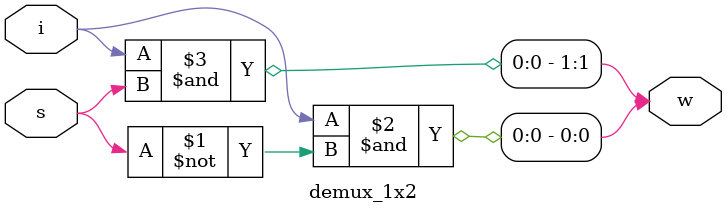
<source format=v>
`timescale 1ns / 1ps
module demux_1x4(y,s,i);
output [3:0]y;
input [1:0]s;
input i;
wire [1:0]w;
demux_1x2 m1(w,s[1],i);
demux_1x2 m2(y[1:0],s[0],w[0]);
demux_1x2 m3(y[3:2],s[0],w[1]);
endmodule

module demux_1x2(w,s,i);
output [1:0]w;
input s;
input i;
assign w[0]=i & (~s);
assign w[1]=i & (s);
endmodule

</source>
